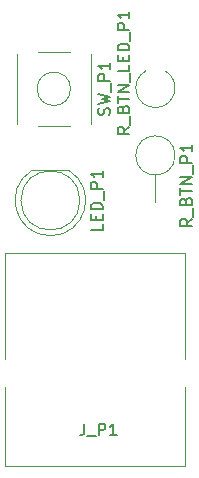
<source format=gbr>
G04 #@! TF.GenerationSoftware,KiCad,Pcbnew,5.0.0*
G04 #@! TF.CreationDate,2018-10-03T23:40:34+00:00*
G04 #@! TF.ProjectId,jeopardy-hw,6A656F70617264792D68772E6B696361,rev?*
G04 #@! TF.SameCoordinates,Original*
G04 #@! TF.FileFunction,Legend,Top*
G04 #@! TF.FilePolarity,Positive*
%FSLAX46Y46*%
G04 Gerber Fmt 4.6, Leading zero omitted, Abs format (unit mm)*
G04 Created by KiCad (PCBNEW 5.0.0) date Wed Oct  3 23:40:34 2018*
%MOMM*%
%LPD*%
G01*
G04 APERTURE LIST*
%ADD10C,0.120000*%
%ADD11C,0.150000*%
G04 APERTURE END LIST*
D10*
G04 #@! TO.C,R_BTN_LED_P1*
X117639422Y-101415172D02*
G75*
G02X116040000Y-101415490I-799422J-1454828D01*
G01*
G04 #@! TO.C,J_P1*
X104145000Y-128160000D02*
X104145000Y-134870000D01*
X119375000Y-128170000D02*
X119385000Y-134870000D01*
X104145000Y-116840000D02*
X104145000Y-125840000D01*
X119385000Y-116840000D02*
X104145000Y-116840000D01*
X119385000Y-116840000D02*
X119375000Y-125830000D01*
X104145000Y-134870000D02*
X119385000Y-134870000D01*
G04 #@! TO.C,R_BTN_P1*
X118500000Y-108585000D02*
G75*
G03X118500000Y-108585000I-1660000J0D01*
G01*
X116840000Y-110245000D02*
X116840000Y-112565000D01*
G04 #@! TO.C,LED_P1*
X109495000Y-109835000D02*
X106405000Y-109835000D01*
X110450000Y-112395000D02*
G75*
G03X110450000Y-112395000I-2500000J0D01*
G01*
X107950462Y-115385000D02*
G75*
G02X106405170Y-109835000I-462J2990000D01*
G01*
X107949538Y-115385000D02*
G75*
G03X109494830Y-109835000I462J2990000D01*
G01*
G04 #@! TO.C,SW_P1*
X109654214Y-102945000D02*
G75*
G03X109654214Y-102945000I-1414214J0D01*
G01*
X105120000Y-99975000D02*
X105120000Y-105915000D01*
X111360000Y-99975000D02*
X111360000Y-105915000D01*
X106900000Y-99825000D02*
X109580000Y-99825000D01*
X109580000Y-106065000D02*
X106900000Y-106065000D01*
G04 #@! TO.C,R_BTN_LED_P1*
D11*
X114632380Y-106171428D02*
X114156190Y-106504761D01*
X114632380Y-106742857D02*
X113632380Y-106742857D01*
X113632380Y-106361904D01*
X113680000Y-106266666D01*
X113727619Y-106219047D01*
X113822857Y-106171428D01*
X113965714Y-106171428D01*
X114060952Y-106219047D01*
X114108571Y-106266666D01*
X114156190Y-106361904D01*
X114156190Y-106742857D01*
X114727619Y-105980952D02*
X114727619Y-105219047D01*
X114108571Y-104647619D02*
X114156190Y-104504761D01*
X114203809Y-104457142D01*
X114299047Y-104409523D01*
X114441904Y-104409523D01*
X114537142Y-104457142D01*
X114584761Y-104504761D01*
X114632380Y-104600000D01*
X114632380Y-104980952D01*
X113632380Y-104980952D01*
X113632380Y-104647619D01*
X113680000Y-104552380D01*
X113727619Y-104504761D01*
X113822857Y-104457142D01*
X113918095Y-104457142D01*
X114013333Y-104504761D01*
X114060952Y-104552380D01*
X114108571Y-104647619D01*
X114108571Y-104980952D01*
X113632380Y-104123809D02*
X113632380Y-103552380D01*
X114632380Y-103838095D02*
X113632380Y-103838095D01*
X114632380Y-103219047D02*
X113632380Y-103219047D01*
X114632380Y-102647619D01*
X113632380Y-102647619D01*
X114727619Y-102409523D02*
X114727619Y-101647619D01*
X114632380Y-100933333D02*
X114632380Y-101409523D01*
X113632380Y-101409523D01*
X114108571Y-100600000D02*
X114108571Y-100266666D01*
X114632380Y-100123809D02*
X114632380Y-100600000D01*
X113632380Y-100600000D01*
X113632380Y-100123809D01*
X114632380Y-99695238D02*
X113632380Y-99695238D01*
X113632380Y-99457142D01*
X113680000Y-99314285D01*
X113775238Y-99219047D01*
X113870476Y-99171428D01*
X114060952Y-99123809D01*
X114203809Y-99123809D01*
X114394285Y-99171428D01*
X114489523Y-99219047D01*
X114584761Y-99314285D01*
X114632380Y-99457142D01*
X114632380Y-99695238D01*
X114727619Y-98933333D02*
X114727619Y-98171428D01*
X114632380Y-97933333D02*
X113632380Y-97933333D01*
X113632380Y-97552380D01*
X113680000Y-97457142D01*
X113727619Y-97409523D01*
X113822857Y-97361904D01*
X113965714Y-97361904D01*
X114060952Y-97409523D01*
X114108571Y-97457142D01*
X114156190Y-97552380D01*
X114156190Y-97933333D01*
X114632380Y-96409523D02*
X114632380Y-96980952D01*
X114632380Y-96695238D02*
X113632380Y-96695238D01*
X113775238Y-96790476D01*
X113870476Y-96885714D01*
X113918095Y-96980952D01*
G04 #@! TO.C,J_P1*
X110800714Y-131282380D02*
X110800714Y-131996666D01*
X110753095Y-132139523D01*
X110657857Y-132234761D01*
X110515000Y-132282380D01*
X110419761Y-132282380D01*
X111038809Y-132377619D02*
X111800714Y-132377619D01*
X112038809Y-132282380D02*
X112038809Y-131282380D01*
X112419761Y-131282380D01*
X112515000Y-131330000D01*
X112562619Y-131377619D01*
X112610238Y-131472857D01*
X112610238Y-131615714D01*
X112562619Y-131710952D01*
X112515000Y-131758571D01*
X112419761Y-131806190D01*
X112038809Y-131806190D01*
X113562619Y-132282380D02*
X112991190Y-132282380D01*
X113276904Y-132282380D02*
X113276904Y-131282380D01*
X113181666Y-131425238D01*
X113086428Y-131520476D01*
X112991190Y-131568095D01*
G04 #@! TO.C,R_BTN_P1*
X119952380Y-113958333D02*
X119476190Y-114291666D01*
X119952380Y-114529761D02*
X118952380Y-114529761D01*
X118952380Y-114148809D01*
X119000000Y-114053571D01*
X119047619Y-114005952D01*
X119142857Y-113958333D01*
X119285714Y-113958333D01*
X119380952Y-114005952D01*
X119428571Y-114053571D01*
X119476190Y-114148809D01*
X119476190Y-114529761D01*
X120047619Y-113767857D02*
X120047619Y-113005952D01*
X119428571Y-112434523D02*
X119476190Y-112291666D01*
X119523809Y-112244047D01*
X119619047Y-112196428D01*
X119761904Y-112196428D01*
X119857142Y-112244047D01*
X119904761Y-112291666D01*
X119952380Y-112386904D01*
X119952380Y-112767857D01*
X118952380Y-112767857D01*
X118952380Y-112434523D01*
X119000000Y-112339285D01*
X119047619Y-112291666D01*
X119142857Y-112244047D01*
X119238095Y-112244047D01*
X119333333Y-112291666D01*
X119380952Y-112339285D01*
X119428571Y-112434523D01*
X119428571Y-112767857D01*
X118952380Y-111910714D02*
X118952380Y-111339285D01*
X119952380Y-111625000D02*
X118952380Y-111625000D01*
X119952380Y-111005952D02*
X118952380Y-111005952D01*
X119952380Y-110434523D01*
X118952380Y-110434523D01*
X120047619Y-110196428D02*
X120047619Y-109434523D01*
X119952380Y-109196428D02*
X118952380Y-109196428D01*
X118952380Y-108815476D01*
X119000000Y-108720238D01*
X119047619Y-108672619D01*
X119142857Y-108625000D01*
X119285714Y-108625000D01*
X119380952Y-108672619D01*
X119428571Y-108720238D01*
X119476190Y-108815476D01*
X119476190Y-109196428D01*
X119952380Y-107672619D02*
X119952380Y-108244047D01*
X119952380Y-107958333D02*
X118952380Y-107958333D01*
X119095238Y-108053571D01*
X119190476Y-108148809D01*
X119238095Y-108244047D01*
G04 #@! TO.C,LED_P1*
X112362380Y-114395000D02*
X112362380Y-114871190D01*
X111362380Y-114871190D01*
X111838571Y-114061666D02*
X111838571Y-113728333D01*
X112362380Y-113585476D02*
X112362380Y-114061666D01*
X111362380Y-114061666D01*
X111362380Y-113585476D01*
X112362380Y-113156904D02*
X111362380Y-113156904D01*
X111362380Y-112918809D01*
X111410000Y-112775952D01*
X111505238Y-112680714D01*
X111600476Y-112633095D01*
X111790952Y-112585476D01*
X111933809Y-112585476D01*
X112124285Y-112633095D01*
X112219523Y-112680714D01*
X112314761Y-112775952D01*
X112362380Y-112918809D01*
X112362380Y-113156904D01*
X112457619Y-112395000D02*
X112457619Y-111633095D01*
X112362380Y-111395000D02*
X111362380Y-111395000D01*
X111362380Y-111014047D01*
X111410000Y-110918809D01*
X111457619Y-110871190D01*
X111552857Y-110823571D01*
X111695714Y-110823571D01*
X111790952Y-110871190D01*
X111838571Y-110918809D01*
X111886190Y-111014047D01*
X111886190Y-111395000D01*
X112362380Y-109871190D02*
X112362380Y-110442619D01*
X112362380Y-110156904D02*
X111362380Y-110156904D01*
X111505238Y-110252142D01*
X111600476Y-110347380D01*
X111648095Y-110442619D01*
G04 #@! TO.C,SW_P1*
X112944761Y-105159285D02*
X112992380Y-105016428D01*
X112992380Y-104778333D01*
X112944761Y-104683095D01*
X112897142Y-104635476D01*
X112801904Y-104587857D01*
X112706666Y-104587857D01*
X112611428Y-104635476D01*
X112563809Y-104683095D01*
X112516190Y-104778333D01*
X112468571Y-104968809D01*
X112420952Y-105064047D01*
X112373333Y-105111666D01*
X112278095Y-105159285D01*
X112182857Y-105159285D01*
X112087619Y-105111666D01*
X112040000Y-105064047D01*
X111992380Y-104968809D01*
X111992380Y-104730714D01*
X112040000Y-104587857D01*
X111992380Y-104254523D02*
X112992380Y-104016428D01*
X112278095Y-103825952D01*
X112992380Y-103635476D01*
X111992380Y-103397380D01*
X113087619Y-103254523D02*
X113087619Y-102492619D01*
X112992380Y-102254523D02*
X111992380Y-102254523D01*
X111992380Y-101873571D01*
X112040000Y-101778333D01*
X112087619Y-101730714D01*
X112182857Y-101683095D01*
X112325714Y-101683095D01*
X112420952Y-101730714D01*
X112468571Y-101778333D01*
X112516190Y-101873571D01*
X112516190Y-102254523D01*
X112992380Y-100730714D02*
X112992380Y-101302142D01*
X112992380Y-101016428D02*
X111992380Y-101016428D01*
X112135238Y-101111666D01*
X112230476Y-101206904D01*
X112278095Y-101302142D01*
G04 #@! TD*
M02*

</source>
